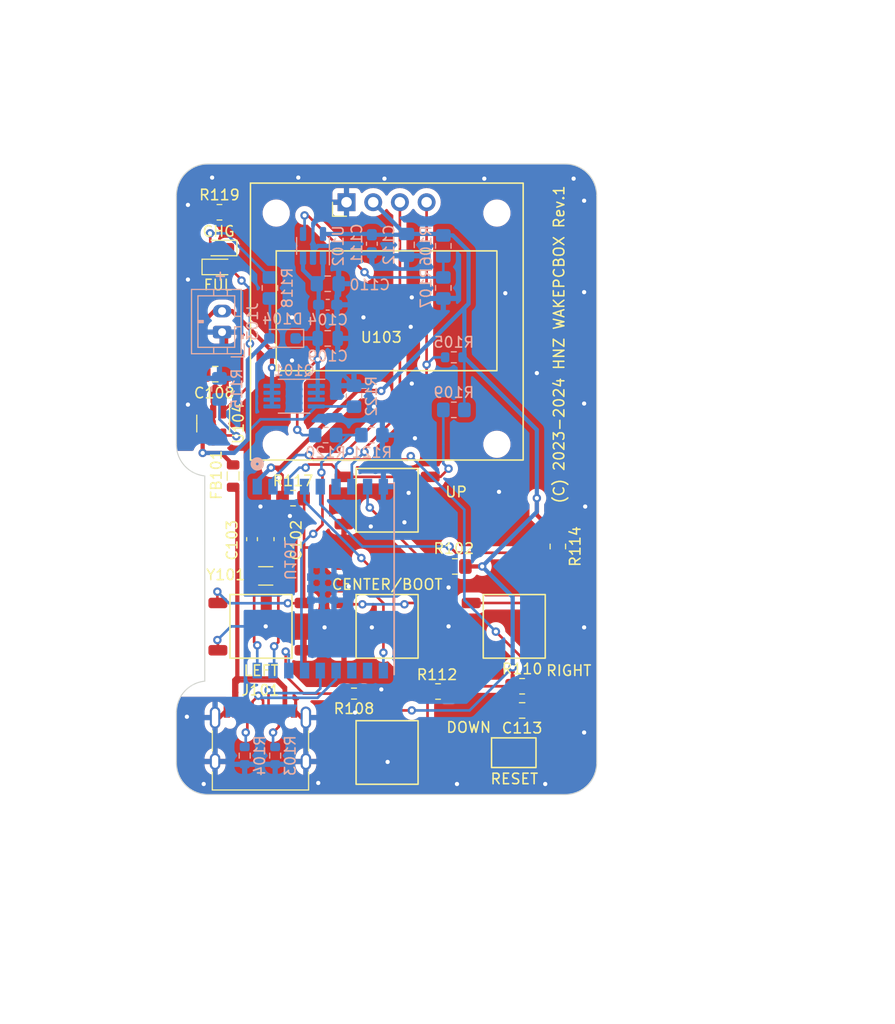
<source format=kicad_pcb>
(kicad_pcb (version 20221018) (generator pcbnew)
  (layers (0 "F.Cu" signal) (31 "B.Cu" signal) (34 "B.Paste" user) (35 "F.Paste" user) (36 "B.SilkS" user "B.Silkscreen") (37 "F.SilkS" user "F.Silkscreen") (38 "B.Mask" user) (39 "F.Mask" user) (44 "Edge.Cuts" user))
  (net 0 "")
  (net 1 "/GPIO1")
  (net 2 "GND")
  (net 3 "/GPIO0")
  (net 4 "/VOUT")
  (net 5 "/GPIO4{slash}TMS")
  (net 6 "/GPIO5{slash}TDI")
  (net 7 "/GPIO6{slash}TCK")
  (net 8 "/VBAT")
  (net 9 "+3.3V")
  (net 10 "/~{RESET}")
  (net 11 "/GPIO10")
  (net 12 "/GPIO9")
  (net 13 "Net-(D102-K)")
  (net 14 "Net-(D102-A)")
  (net 15 "Net-(D103-K)")
  (net 16 "/USBVDD")
  (net 17 "Net-(FB101-Pad1)")
  (net 18 "Net-(J101-CC1)")
  (net 19 "/USBDP")
  (net 20 "/USBDM")
  (net 22 "Net-(J101-CC2)")
  (net 24 "/GPIO8")
  (net 25 "Net-(U102-ADJ)")
  (net 26 "/GPIO2")
  (net 27 "Net-(U104-PROG)")
  (net 28 "/GPIO3")
  (net 31 "/GPIO7{slash}TDO")
  (net 32 "/RXD{slash}GPIO20")
  (net 33 "/TXD{slash}GPIO21")
  (footprint "Capacitor_SMD:C_0603_1608Metric_Pad1.08x0.95mm_HandSolder" (layer "F.Cu") (at 141.9 86.7 90)
    (fp_text reference "C103")
    (fp_text value "16pF")
  )
  (footprint "Resistor_SMD:R_0805_2012Metric_Pad1.20x1.40mm_HandSolder" (layer "F.Cu") (at 171 87.4 -90)
    (fp_text reference "R114")
    (fp_text value "10K")
  )
  (footprint "LED_SMD:LED_0603_1608Metric_Pad1.05x0.95mm_HandSolder" (layer "F.Cu") (at 138.8 59 180)
    (fp_text reference "D102" hide)
    (fp_text value "LED RED")
  )
  (footprint "Library:TS-06104" (layer "F.Cu") (at 151.55 95.025)
    (fp_text reference "SW101" hide)
    (fp_text value "TS-06104")
  )
  (footprint "Library:OLED I2C DISPLAY" (layer "F.Cu") (at 154.7 59.275)
    (fp_text reference "U103")
    (fp_text value "SSD1306_DISPLAY")
  )
  (footprint "Resistor_SMD:R_0805_2012Metric_Pad1.20x1.40mm_HandSolder" (layer "F.Cu") (at 167.6 100.7)
    (fp_text reference "R110")
    (fp_text value "10K")
  )
  (footprint "Inductor_SMD:L_0805_2012Metric" (layer "F.Cu") (at 140.1 80.7 90)
    (fp_text reference "FB101")
    (fp_text value "MH2029-601Y")
  )
  (footprint "Capacitor_SMD:C_0805_2012Metric_Pad1.18x1.45mm_HandSolder" (layer "F.Cu") (at 138.4 71)
    (fp_text reference "C108")
    (fp_text value "4.7uF")
  )
  (footprint "Resistor_SMD:R_0805_2012Metric_Pad1.20x1.40mm_HandSolder" (layer "F.Cu") (at 159.6 101.2 180)
    (fp_text reference "R112")
    (fp_text value "10K")
  )
  (footprint "LED_SMD:LED_0603_1608Metric_Pad1.05x0.95mm_HandSolder" (layer "F.Cu") (at 138.8 60.8)
    (fp_text reference "D103" hide)
    (fp_text value "LED GREEN")
  )
  (footprint "Library:TS-06104" (layer "F.Cu") (at 139.55 95.025)
    (fp_text reference "SW106" hide)
    (fp_text value "TS-06104")
  )
  (footprint "Resistor_SMD:R_0603_1608Metric" (layer "F.Cu") (at 151.6 101.4 180)
    (fp_text reference "R108")
    (fp_text value "10K")
  )
  (footprint "Package_TO_SOT_SMD:SOT-23-5" (layer "F.Cu") (at 138.2 75.7 -90)
    (fp_text reference "U104")
    (fp_text value "MCP73831-2-OT")
  )
  (footprint "Library:TS-06104" (layer "F.Cu") (at 151.55 83.025)
    (fp_text reference "SW104" hide)
    (fp_text value "TS-06104")
  )
  (footprint "Resistor_SMD:R_0805_2012Metric_Pad1.20x1.40mm_HandSolder" (layer "F.Cu") (at 145.8 82.8)
    (fp_text reference "R117")
    (fp_text value "10K")
  )
  (footprint "Capacitor_SMD:C_0805_2012Metric" (layer "F.Cu") (at 167.6 103 180)
    (fp_text reference "C113")
    (fp_text value "1uF")
  )
  (footprint "Library:TS-06104" (layer "F.Cu") (at 163.65 95.025)
    (fp_text reference "SW105" hide)
    (fp_text value "TS-06104")
  )
  (footprint "Library:TS-06104" (layer "F.Cu") (at 151.55 107.025)
    (fp_text reference "SW103" hide)
    (fp_text value "TS-06104")
  )
  (footprint "Crystal:Crystal_SMD_3215-2Pin_3.2x1.5mm" (layer "F.Cu") (at 143.2 90.2)
    (fp_text reference "Y101")
    (fp_text value "32.7680KHz")
  )
  (footprint "Resistor_SMD:R_0805_2012Metric_Pad1.20x1.40mm_HandSolder" (layer "F.Cu") (at 161.2 89.3 180)
    (fp_text reference "R102")
    (fp_text value "10K")
  )
  (footprint "Library:WS-TASV SMT Tact Switch" (layer "F.Cu") (at 166.8 107)
    (fp_text reference "SW102" hide)
    (fp_text value "3.5x2.6 Tact SW")
  )
  (footprint "Resistor_SMD:R_0805_2012Metric_Pad1.20x1.40mm_HandSolder" (layer "F.Cu") (at 138.8 55.6)
    (fp_text reference "R119")
    (fp_text value "330")
  )
  (footprint "Capacitor_SMD:C_0603_1608Metric_Pad1.08x0.95mm_HandSolder" (layer "F.Cu") (at 144.5 86.7 90)
    (fp_text reference "C102")
    (fp_text value "16pF")
  )
  (footprint "Library:USB_C_5077CR-16-SMC2-BK-TR" (layer "F.Cu") (at 142.7 106.785)
    (fp_text reference "J101")
    (fp_text value "USB4105-GF-A")
  )
  (footprint "Resistor_SMD:R_0805_2012Metric_Pad1.20x1.40mm_HandSolder" (layer "B.Cu") (at 161.1 74.4 180)
    (fp_text reference "R109")
    (fp_text value "10K")
  )
  (footprint "Resistor_SMD:R_0805_2012Metric_Pad1.20x1.40mm_HandSolder" (layer "B.Cu") (at 148.9 76.8)
    (fp_text reference "R120")
    (fp_text value "20K 1%")
  )
  (footprint "Resistor_SMD:R_0805_2012Metric_Pad1.20x1.40mm_HandSolder" (layer "B.Cu") (at 160.1 62.8 -90)
    (fp_text reference "R107")
    (fp_text value "12K 1%")
  )
  (footprint "Resistor_SMD:R_0805_2012Metric_Pad1.20x1.40mm_HandSolder" (layer "B.Cu") (at 160.1 58.8 -90)
    (fp_text reference "R106")
    (fp_text value "20K 1%")
  )
  (footprint "Resistor_SMD:R_0805_2012Metric_Pad1.20x1.40mm_HandSolder" (layer "B.Cu") (at 153.3 76.8)
    (fp_text reference "R121")
    (fp_text value "20K 1%")
  )
  (footprint "Capacitor_SMD:C_0603_1608Metric_Pad1.08x0.95mm_HandSolder" (layer "B.Cu") (at 153.3 58.6 -90)
    (fp_text reference "C111")
    (fp_text value "0.1uF")
  )
  (footprint "Resistor_SMD:R_0805_2012Metric_Pad1.20x1.40mm_HandSolder" (layer "B.Cu") (at 151.6 73.1 90)
    (fp_text reference "R122")
    (fp_text value "100K")
  )
  (footprint "Diode_SMD:D_SOD-323_HandSoldering" (layer "B.Cu") (at 144.8 67.6 180)
    (fp_text reference "D104")
    (fp_text value "NSR0340HT1G")
  )
  (footprint "Package_SO:MSOP-8_3x3mm_P0.65mm" (layer "B.Cu") (at 145.9 73.1 180)
    (fp_text reference "Q101")
    (fp_text value "IRF7606TRPBF")
  )
  (footprint "Capacitor_SMD:C_0805_2012Metric" (layer "B.Cu") (at 149.1 67.6)
    (fp_text reference "C109")
    (fp_text value "1uF")
  )
  (footprint "Resistor_SMD:R_0603_1608Metric" (layer "B.Cu") (at 141.2 107.3 90)
    (fp_text reference "R104")
    (fp_text value "5.1K")
  )
  (footprint "Capacitor_SMD:C_0805_2012Metric_Pad1.18x1.45mm_HandSolder" (layer "B.Cu") (at 149.1 62.4)
    (fp_text reference "C110")
    (fp_text value "10uF")
  )
  (footprint "Connector_JST:JST_PH_B2B-PH-K_1x02_P2.00mm_Vertical" (layer "B.Cu") (at 139.05 67 90)
    (fp_text reference "J103")
    (fp_text value "LiPo BATTERY")
  )
  (footprint "Resistor_SMD:R_0603_1608Metric" (layer "B.Cu") (at 144.1 107.3 90)
    (fp_text reference "R103")
    (fp_text value "5.1K")
  )
  (footprint "Capacitor_SMD:C_0805_2012Metric_Pad1.18x1.45mm_HandSolder" (layer "B.Cu") (at 156.6 58.7 -90)
    (fp_text reference "C112")
    (fp_text value "10uF")
  )
  (footprint "Capacitor_SMD:C_0603_1608Metric_Pad1.08x0.95mm_HandSolder" (layer "B.Cu") (at 149.1 64.4)
    (fp_text reference "C104")
    (fp_text value "0.1uF")
  )
  (footprint "Resistor_SMD:R_0805_2012Metric_Pad1.20x1.40mm_HandSolder" (layer "B.Cu") (at 138.8 72.4 90)
    (fp_text reference "R115")
    (fp_text value "2K")
  )
  (footprint "Library:IC18_ESP32-C3-WROOM-02-N4_EXP" (layer "B.Cu") (at 145.3 90.4574 -90)
    (fp_text reference "U101")
    (fp_text value "ESP32-C3-WROOM-02-N4")
  )
  (footprint "Resistor_SMD:R_0603_1608Metric" (layer "B.Cu") (at 161.1 69.4 180)
    (fp_text reference "R105")
    (fp_text value "10K")
  )
  (footprint "Package_TO_SOT_SMD:SOT-23-5" (layer "B.Cu") (at 147.7 58.8 90)
    (fp_text reference "U102")
    (fp_text value "SPX3819M5-L")
  )
  (footprint "Resistor_SMD:R_0805_2012Metric_Pad1.20x1.40mm_HandSolder" (layer "B.Cu") (at 143.6 62.8 90)
    (fp_text reference "R118")
    (fp_text value "330")
  )
  (gr_arc (start 137.7 111) (mid 135.57868 110.12132) (end 134.7 108) (stroke (width 0.1)) (layer "Edge.Cuts"))
  (gr_arc (start 137.4 80.685111) (mid 135.475036 79.712566) (end 134.699852 77.7) (stroke (width 0.1)) (layer "Edge.Cuts"))
  (gr_line (start 171.7 111) (end 137.7 111) (stroke (width 0.1)) (layer "Edge.Cuts"))
  (gr_line (start 137.401489 100.214888) (end 137.4 80.685111) (stroke (width 0.1)) (layer "Edge.Cuts"))
  (gr_line (start 134.7 103.2) (end 134.7 108) (stroke (width 0.1)) (layer "Edge.Cuts"))
  (gr_arc (start 174.7 108) (mid 173.82132 110.12132) (end 171.7 111) (stroke (width 0.1)) (layer "Edge.Cuts"))
  (gr_arc (start 134.7 54) (mid 135.57868 51.87868) (end 137.7 51) (stroke (width 0.1)) (layer "Edge.Cuts"))
  (gr_line (start 137.7 51) (end 171.7 51) (stroke (width 0.1)) (layer "Edge.Cuts"))
  (gr_line (start 134.7 54) (end 134.7 77.7) (stroke (width 0.1)) (layer "Edge.Cuts"))
  (gr_arc (start 171.7 51) (mid 173.82132 51.87868) (end 174.7 54) (stroke (width 0.1)) (layer "Edge.Cuts"))
  (gr_arc (start 134.7 103.2) (mid 135.475642 101.186984) (end 137.401489 100.214888) (stroke (width 0.1)) (layer "Edge.Cuts"))
  (gr_line (start 174.7 54) (end 174.7 108) (stroke (width 0.1)) (layer "Edge.Cuts"))
  (gr_text "+" (at 139.6 62.2) (layer "B.SilkS") (effects (font (size 1 1)) (justify left bottom mirror)))
  (gr_text "CENTER/BOOT" (at 149.4 91.6) (layer "F.SilkS") (effects (font (size 1 1)) (justify left bottom)))
  (gr_text "(C) 2023-2024 HNZ WAKEPCBOX Rev.1" (at 171.7 83.4 90) (layer "F.SilkS") (effects (font (size 1 1)) (justify left bottom)))
  (gr_text "RIGHT" (at 169.8 99.8) (layer "F.SilkS") (effects (font (size 1 1)) (justify left bottom)))
  (gr_text "LEFT" (at 141 99.8) (layer "F.SilkS") (effects (font (size 1 1)) (justify left bottom)))
  (gr_text "DOWN" (at 160.3 105.2) (layer "F.SilkS") (effects (font (size 1 1)) (justify left bottom)))
  (gr_text "RESET" (at 164.5 110.1) (layer "F.SilkS") (effects (font (size 1 1)) (justify left bottom)))
  (gr_text "FUL" (at 137.2 63.1) (layer "F.SilkS") (effects (font (size 1 1)) (justify left bottom)))
  (gr_text "CHG" (at 137.1 58) (layer "F.SilkS") (effects (font (size 1 1)) (justify left bottom)))
  (gr_text "UP" (at 160.2 82.8) (layer "F.SilkS") (effects (font (size 1 1)) (justify left bottom)))
  (segment (start 144.4 96.5) (end 144 96.9) (width 0.25) (layer "F.Cu") (net 1))
  (segment (start 144.5 87.5625) (end 144.5 90.15) (width 0.25) (layer "F.Cu") (net 1))
  (segment (start 144.45 90.2) (end 144.4 90.25) (width 0.25) (layer "F.Cu") (net 1))
  (segment (start 144.5 90.15) (end 144.45 90.2) (width 0.25) (layer "F.Cu") (net 1))
  (segment (start 144.4 90.25) (end 144.4 96.5) (width 0.25) (layer "F.Cu") (net 1))
  (via (at 144 96.9) (size 0.8) (drill 0.4) (layers "F.Cu" "B.Cu") (net 1))
  (segment (start 144 99.102313) (end 143.894913 99.2074) (width 0.25) (layer "B.Cu") (net 1))
  (segment (start 144 96.9) (end 144 99.102313) (width 0.25) (layer "B.Cu") (net 1))
  (segment (start 147.02 103.68) (end 147.02 107.86) (width 0.4) (layer "F.Cu") (net 2))
  (segment (start 138.2 74.5625) (end 138.2 73.2) (width 0.4) (layer "F.Cu") (net 2))
  (segment (start 138.6 96.3) (end 138.65 96.35) (width 0.25) (layer "F.Cu") (net 2))
  (segment (start 138.2 73.2) (end 139.4375 71.9625) (width 0.4) (layer "F.Cu") (net 2))
  (segment (start 146.615 103.68) (end 146.05 103.115) (width 0.4) (layer "F.Cu") (net 2))
  (segment (start 138.785 103.68) (end 139.35 103.115) (width 0.4) (layer "F.Cu") (net 2))
  (segment (start 139.4375 71.9625) (end 139.4375 71) (width 0.4) (layer "F.Cu") (net 2))
  (segment (start 147.02 103.68) (end 146.615 103.68) (width 0.4) (layer "F.Cu") (net 2))
  (segment (start 139.4375 71) (end 139.4375 67.3875) (width 0.4) (layer "F.Cu") (net 2))
  (segment (start 138.65 96.35) (end 138.65 97.275) (width 0.25) (layer "F.Cu") (net 2))
  (segment (start 139.4375 67.3875) (end 139.05 67) (width 0.4) (layer "F.Cu") (net 2))
  (segment (start 138.38 103.68) (end 138.38 107.86) (width 0.4) (layer "F.Cu") (net 2))
  (segment (start 138.38 103.68) (end 138.785 103.68) (width 0.4) (layer "F.Cu") (net 2))
  (via (at 154.5 52.4) (size 0.8) (drill 0.4) (layers "F.Cu" "B.Cu") (net 2))
  (via (at 152.5 65.6) (size 0.8) (drill 0.4) (layers "F.Cu" "B.Cu") (net 2))
  (via (at 157 66.5) (size 0.8) (drill 0.4) (layers "F.Cu" "B.Cu") (net 2))
  (via (at 156.8 82.3) (size 0.8) (drill 0.4) (layers "F.Cu" "B.Cu") (net 2))
  (via (at 157.4 77.1) (size 0.8) (drill 0.4) (layers "F.Cu" "B.Cu") (net 2))
  (via (at 148.2 109.9) (size 0.8) (drill 0.4) (layers "F.Cu" "B.Cu") (net 2))
  (via (at 165.4 82.2) (size 0.8) (drill 0.4) (layers "F.Cu" "B.Cu") (net 2))
  (via (at 138.6 96.3) (size 0.8) (drill 0.4) (layers "F.Cu" "B.Cu") (net 2))
  (via (at 142.7 83.6) (size 0.8) (drill 0.4) (layers "F.Cu" "B.Cu") (net 2))
  (via (at 173.6 83.6) (size 0.8) (drill 0.4) (layers "F.Cu" "B.Cu") (net 2))
  (via (at 154.2 101) (size 0.8) (drill 0.4) (layers "F.Cu" "B.Cu") (net 2))
  (via (at 173.5 105.1) (size 0.8) (drill 0.4) (layers "F.Cu" "B.Cu") (net 2))
  (via (at 156.4 85.1) (size 0.8) (drill 0.4) (layers "F.Cu" "B.Cu") (net 2))
  (via (at 145.7 69.7) (size 0.8) (drill 0.4) (layers "F.Cu" "B.Cu") (net 2))
  (via (at 169 70.9) (size 0.8) (drill 0.4) (layers "F.Cu" "B.Cu") (net 2))
  (via (at 153.5 74.1) (size 0.8) (drill 0.4) (layers "F.Cu" "B.Cu") (net 2))
  (via (at 138.1 52.3) (size 0.8) (drill 0.4) (layers "F.Cu" "B.Cu") (net 2))
  (via (at 160.6 95) (size 0.8) (drill 0.4) (layers "F.Cu" "B.Cu") (net 2))
  (via (at 145.5 84.5) (size 0.8) (drill 0.4) (layers "F.Cu" "B.Cu") (net 2))
  (via (at 157.1 71.9) (size 0.8) (drill 0.4) (layers "F.Cu" "B.Cu") (net 2))
  (via (at 153.3 95.1) (size 0.8) (drill 0.4) (layers "F.Cu" "B.Cu") (net 2))
  (via (at 135.7 103.6) (size 0.8) (drill 0.4) (layers "F.Cu" "B.Cu") (net 2))
  (via (at 146.3 52.3) (size 0.8) (drill 0.4) (layers "F.Cu" "B.Cu") (net 2))
  (via (at 137.3 110) (size 0.8) (drill 0.4) (layers "F.Cu" "B.Cu") (net 2))
  (via (at 172.5 52.4) (size 0.8) (drill 0.4) (layers "F.Cu" "B.Cu") (net 2))
  (via (at 151.7 103.2) (size 0.8) (drill 0.4) (layers "F.Cu" "B.Cu") (net 2))
  (via (at 164 52.4) (size 0.8) (drill 0.4) (layers "F.Cu" "B.Cu") (net 2))
  (via (at 153.2 85.5) (size 0.8) (drill 0.4) (layers "F.Cu" "B.Cu") (net 2))
  (via (at 173.5 95.1) (size 0.8) (drill 0.4) (layers "F.Cu" "B.Cu") (net 2))
  (via (at 173.5 54.5) (size 0.8) (drill 0.4) (layers "F.Cu" "B.Cu") (net 2))
  (via (at 145.7 65.6) (size 0.8) (drill 0.4) (layers "F.Cu" "B.Cu") (net 2))
  (via (at 161.4 110) (size 0.8) (drill 0.4) (layers "F.Cu" "B.Cu") (net 2))
  (via (at 143.2 95) (size 0.8) (drill 0.4) (layers "F.Cu" "B.Cu") (net 2))
  (via (at 173.5 73.8) (size 0.8) (drill 0.4) (layers "F.Cu" "B.Cu") (net 2))
  (via (at 160.6 91.3) (size 0.8) (drill 0.4) (layers "F.Cu" "B.Cu") (net 2))
  (via (at 166 63.3) (size 0.8) (drill 0.4) (layers "F.Cu" "B.Cu") (net 2))
  (via (at 157.1 63.7) (size 0.8) (drill 0.4) (layers "F.Cu" "B.Cu") (net 2))
  (via (at 135.8 73.9) (size 0.8) (drill 0.4) (layers "F.Cu" "B.Cu") (net 2))
  (via (at 135.8 62) (size 0.8) (drill 0.4) (layers "F.Cu" "B.Cu") (net 2))
  (via (at 154.8 107.9) (size 0.8) (drill 0.4) (layers "F.Cu" "B.Cu") (net 2))
  (via (at 173.5 63.2) (size 0.8) (drill 0.4) (layers "F.Cu" "B.Cu") (net 2))
  (via (at 169.8 110) (size 0.8) (drill 0.4) (layers "F.Cu" "B.Cu") (net 2))
  (via (at 135.8 54.9) (size 0.8) (drill 0.4) (layers "F.Cu" "B.Cu") (net 2))
  (via (at 148.8 95.1) (size 0.8) (drill 0.4) (layers "F.Cu" "B.Cu") (net 2))
  (via (at 151.1 91.2) (size 0.8) (drill 0.4) (layers "F.Cu" "B.Cu") (net 2))
  (segment (start 148.175 58.8) (end 147.7 59.275) (width 0.4) (layer "B.Cu") (net 2))
  (segment (start 150.05 67.6) (end 150.05 64.4875) (width 0.4) (layer "B.Cu") (net 2))
  (segment (start 139.9 95) (end 143.2 95) (width 0.25) (layer "B.Cu") (net 2))
  (segment (start 149.3 58.8) (end 148.175 58.8) (width 0.4) (layer "B.Cu") (net 2))
  (segment (start 149.9625 62.575) (end 150.1375 62.4) (width 0.4) (layer "B.Cu") (net 2))
  (segment (start 147.7 59.275) (end 147.7 59.9375) (width 0.4) (layer "B.Cu") (net 2))
  (segment (start 150.1375 62.4) (end 150.1375 59.6375) (width 0.4) (layer "B.Cu") (net 2))
  (segment (start 150.1375 59.6375) (end 149.3 58.8) (width 0.4) (layer "B.Cu") (net 2))
  (segment (start 150.05 64.4875) (end 149.9625 64.4) (width 0.4) (layer "B.Cu") (net 2))
  (segment (start 150.05 70.55) (end 151.6 72.1) (width 0.4) (layer "B.Cu") (net 2))
  (segment (start 149.9625 64.4) (end 149.9625 62.575) (width 0.4) (layer "B.Cu") (net 2))
  (segment (start 138.6 96.3) (end 139.9 95) (width 0.25) (layer "B.Cu") (net 2))
  (segment (start 150.05 67.6) (end 150.05 70.55) (width 0.4) (layer "B.Cu") (net 2))
  (segment (start 141.9 90.15) (end 141.95 90.2) (width 0.25) (layer "F.Cu") (net 3))
  (segment (start 141.9 87.6625) (end 141.9 90.15) (width 0.25) (layer "F.Cu") (net 3))
  (segment (start 142.4 96.8) (end 142.1 96.5) (width 0.25) (layer "F.Cu") (net 3))
  (segment (start 142.1 96.5) (end 142.1 90.35) (width 0.25) (layer "F.Cu") (net 3))
  (segment (start 142.1 90.35) (end 141.95 90.2) (width 0.25) (layer "F.Cu") (net 3))
  (via (at 142.4 96.8) (size 0.8) (drill 0.4) (layers "F.Cu" "B.Cu") (net 3))
  (segment (start 142.394913 96.805087) (end 142.4 96.8) (width 0.25) (layer "B.Cu") (net 3))
  (segment (start 142.1 98.912487) (end 142.394913 99.2074) (width 0.25) (layer "B.Cu") (net 3))
  (segment (start 142.394913 99.2074) (end 142.394913 96.805087) (width 0.25) (layer "B.Cu") (net 3))
  (segment (start 146.2 71.55) (end 148.15 69.6) (width 0.25) (layer "F.Cu") (net 4))
  (segment (start 146.2 76.3) (end 146.2 71.55) (width 0.25) (layer "F.Cu") (net 4))
  (via (at 146.2 76.3) (size 0.8) (drill 0.4) (layers "F.Cu" "B.Cu") (net 4))
  (via (at 148.15 69.6) (size 0.8) (drill 0.4) (layers "F.Cu" "B.Cu") (net 4))
  (segment (start 148.65 61.8125) (end 148.65 59.9375) (width 0.4) (layer "B.Cu") (net 4))
  (segment (start 147.9 76.8) (end 146.7 76.8) (width 0.25) (layer "B.Cu") (net 4))
  (segment (start 148.15 64.4875) (end 148.2375 64.4) (width 0.4) (layer "B.Cu") (net 4))
  (segment (start 148.2375 62.575) (end 148.0625 62.4) (width 0.4) (layer "B.Cu") (net 4))
  (segment (start 146.7 76.8) (end 146.2 76.3) (width 0.25) (layer "B.Cu") (net 4))
  (segment (start 148.15 67.6) (end 148.15 69.6) (width 0.4) (layer "B.Cu") (net 4))
  (segment (start 148.2375 64.4) (end 148.2375 62.575) (width 0.4) (layer "B.Cu") (net 4))
  (segment (start 148.15 69.6) (end 148.15 73.2875) (width 0.4) (layer "B.Cu") (net 4))
  (segment (start 148.0625 62.4) (end 148.65 61.8125) (width 0.4) (layer "B.Cu") (net 4))
  (segment (start 148.0625 62.4) (end 146.75 61.0875) (width 0.4) (layer "B.Cu") (net 4))
  (segment (start 148.15 73.2875) (end 148.0125 73.425) (width 0.4) (layer "B.Cu") (net 4))
  (segment (start 146.75 61.0875) (end 146.75 59.9375) (width 0.4) (layer "B.Cu") (net 4))
  (segment (start 148.15 67.6) (end 146.05 67.6) (width 0.4) (layer "B.Cu") (net 4))
  (segment (start 148.15 67.6) (end 148.15 64.4875) (width 0.4) (layer "B.Cu") (net 4))
  (segment (start 159.825 80.775) (end 160.6 80) (width 0.25) (layer "F.Cu") (net 5))
  (segment (start 147.3 79.6) (end 149.475 79.6) (width 0.25) (layer "F.Cu") (net 5))
  (segment (start 147 79.9) (end 147.3 79.6) (width 0.25) (layer "F.Cu") (net 5))
  (segment (start 158.85 80.775) (end 150.65 80.775) (width 0.25) (layer "F.Cu") (net 5))
  (segment (start 149.475 79.6) (end 150.65 80.775) (width 0.25) (layer "F.Cu") (net 5))
  (segment (start 158.85 80.775) (end 159.825 80.775) (width 0.25) (layer "F.Cu") (net 5))
  (via (at 160.6 80) (size 0.8) (drill 0.4) (layers "F.Cu" "B.Cu") (net 5))
  (via (at 147 79.9) (size 0.8) (drill 0.4) (layers "F.Cu" "B.Cu") (net 5))
  (segment (start 146.4 79.9) (end 145.394915 80.905085) (width 0.25) (layer "B.Cu") (net 5))
  (segment (start 147 79.9) (end 146.4 79.9) (width 0.25) (layer "B.Cu") (net 5))
  (segment (start 160.1 79.5) (end 160.1 77.7) (width 0.25) (layer "B.Cu") (net 5))
  (segment (start 145.394915 80.905085) (end 145.394915 81.7074) (width 0.25) (layer "B.Cu") (net 5))
  (segment (start 160.6 80) (end 160.1 79.5) (width 0.25) (layer "B.Cu") (net 5))
  (segment (start 160.1 77.7) (end 160.1 74.4) (width 0.25) (layer "B.Cu") (net 5))
  (segment (start 152.3 88.5) (end 155.4 91.6) (width 0.25) (layer "F.Cu") (net 6))
  (segment (start 155.4 98) (end 158.6 101.2) (width 0.25) (layer "F.Cu") (net 6))
  (segment (start 155.4 91.6) (end 155.4 98) (width 0.25) (layer "F.Cu") (net 6))
  (segment (start 158.6 101.2) (end 158.6 104.525) (width 0.25) (layer "F.Cu") (net 6))
  (segment (start 158.6 104.525) (end 158.85 104.775) (width 0.25) (layer "F.Cu") (net 6))
  (segment (start 158.85 104.775) (end 150.65 104.775) (width 0.25) (layer "F.Cu") (net 6))
  (via (at 152.3 88.5) (size 0.8) (drill 0.4) (layers "F.Cu" "B.Cu") (net 6))
  (segment (start 146.894914 83.094914) (end 146.894914 81.7074) (width 0.25) (layer "B.Cu") (net 6))
  (segment (start 152.3 88.5) (end 146.894914 83.094914) (width 0.25) (layer "B.Cu") (net 6))
  (segment (start 161.3 88) (end 160.7 87.4) (width 0.25) (layer "F.Cu") (net 7))
  (segment (start 171 88.4) (end 170.6 88) (width 0.25) (layer "F.Cu") (net 7))
  (segment (start 170.95 92.775) (end 162.75 92.775) (width 0.25) (layer "F.Cu") (net 7))
  (segment (start 170.6 88) (end 161.3 88) (width 0.25) (layer "F.Cu") (net 7))
  (segment (start 171 92.725) (end 170.95 92.775) (width 0.25) (layer "F.Cu") (net 7))
  (segment (start 171 88.4) (end 171 92.725) (width 0.25) (layer "F.Cu") (net 7))
  (via (at 160.7 87.4) (size 0.8) (drill 0.4) (layers "F.Cu" "B.Cu") (net 7))
  (segment (start 152.4 87.4) (end 148.394914 83.394914) (width 0.25) (layer "B.Cu") (net 7))
  (segment (start 148.394914 83.394914) (end 148.394914 81.7074) (width 0.25) (layer "B.Cu") (net 7))
  (segment (start 160.7 87.4) (end 152.4 87.4) (width 0.25) (layer "B.Cu") (net 7))
  (segment (start 139.05 65) (end 140 65) (width 0.4) (layer "F.Cu") (net 8))
  (segment (start 137.25 70.8875) (end 137.25 66.05) (width 0.4) (layer "F.Cu") (net 8))
  (segment (start 138.3 65) (end 139.05 65) (width 0.4) (layer "F.Cu") (net 8))
  (segment (start 137.25 66.05) (end 138.3 65) (width 0.4) (layer "F.Cu") (net 8))
  (segment (start 140 65) (end 143.8 68.8) (width 0.4) (layer "F.Cu") (net 8))
  (segment (start 137.3625 71) (end 137.25 70.8875) (width 0.4) (layer "F.Cu") (net 8))
  (segment (start 137.25 74.5625) (end 137.25 71.1125) (width 0.4) (layer "F.Cu") (net 8))
  (segment (start 137.25 71.1125) (end 137.3625 71) (width 0.4) (layer "F.Cu") (net 8))
  (segment (start 143.8 68.8) (end 143.8 70.4) (width 0.4) (layer "F.Cu") (net 8))
  (via (at 143.8 70.4) (size 0.8) (drill 0.4) (layers "F.Cu" "B.Cu") (net 8))
  (segment (start 143.8 70.4) (end 143.8 72.1125) (width 0.4) (layer "B.Cu") (net 8))
  (segment (start 143.8 72.1125) (end 143.7875 72.125) (width 0.4) (layer "B.Cu") (net 8))
  (segment (start 143.7875 72.125) (end 143.7875 74.075) (width 0.4) (layer "B.Cu") (net 8))
  (segment (start 152.6 101.4) (end 154.2 103) (width 0.25) (layer "F.Cu") (net 9))
  (segment (start 169 82.8) (end 169 84.4) (width 0.4) (layer "F.Cu") (net 9))
  (segment (start 143.7 79.9) (end 144.1 79.9) (width 0.4) (layer "F.Cu") (net 9))
  (segment (start 169 84.4) (end 171 86.4) (width 0.4) (layer "F.Cu") (net 9))
  (segment (start 144.6 79.9) (end 151.9 72.6) (width 0.4) (layer "F.Cu") (net 9))
  (segment (start 144.8 82.8) (end 144.8 80.6) (width 0.25) (layer "F.Cu") (net 9))
  (segment (start 154.2 103) (end 157.1 103) (width 0.25) (layer "F.Cu") (net 9))
  (segment (start 166.7 100.6) (end 166.6 100.7) (width 0.4) (layer "F.Cu") (net 9))
  (segment (start 166.7 98.9) (end 166.7 100.6) (width 0.4) (layer "F.Cu") (net 9))
  (segment (start 162.2 89.3) (end 163.8 89.3) (width 0.4) (layer "F.Cu") (net 9))
  (segment (start 166.6 100.7) (end 161.1 100.7) (width 0.25) (layer "F.Cu") (net 9))
  (segment (start 151.9 72.6) (end 154.2 72.6) (width 0.4) (layer "F.Cu") (net 9))
  (segment (start 144.8 80.6) (end 144.1 79.9) (width 0.25) (layer "F.Cu") (net 9))
  (segment (start 161.1 100.7) (end 160.6 101.2) (width 0.25) (layer "F.Cu") (net 9))
  (segment (start 144.1 79.9) (end 144.6 79.9) (width 0.4) (layer "F.Cu") (net 9))
  (via (at 163.8 89.3) (size 0.8) (drill 0.4) (layers "F.Cu" "B.Cu") (net 9))
  (via (at 157.1 103) (size 0.8) (drill 0.4) (layers "F.Cu" "B.Cu") (net 9))
  (via (at 169 82.8) (size 0.8) (drill 0.4) (layers "F.Cu" "B.Cu") (net 9))
  (via (at 166.7 98.9) (size 0.8) (drill 0.4) (layers "F.Cu" "B.Cu") (net 9))
  (via (at 154.2 72.6) (size 0.8) (drill 0.4) (layers "F.Cu" "B.Cu") (net 9))
  (via (at 143.7 79.9) (size 0.8) (drill 0.4) (layers "F.Cu" "B.Cu") (net 9))
  (segment (start 156.6 57.6625) (end 159.9625 57.6625) (width 0.4) (layer "B.Cu") (net 9))
  (segment (start 169 84.1) (end 169 82.8) (width 0.4) (layer "B.Cu") (net 9))
  (segment (start 159.9625 57.6625) (end 160.1 57.8) (width 0.4) (layer "B.Cu") (net 9))
  (segment (start 162.3 64.5) (end 162.5 64.3) (width 0.4) (layer "B.Cu") (net 9))
  (segment (start 154.2 72.6) (end 162.3 64.5) (width 0.4) (layer "B.Cu") (net 9))
  (segment (start 162.5 64.3) (end 162.5 59.3) (width 0.4) (layer "B.Cu") (net 9))
  (segment (start 143.7 79.9) (end 142.394913 81.205087) (width 0.4) (layer "B.Cu") (net 9))
  (segment (start 153.3 57.7375) (end 156.525 57.7375) (width 0.4) (layer "B.Cu") (net 9))
  (segment (start 142.394913 81.205087) (end 142.394913 81.7074) (width 0.4) (layer "B.Cu") (net 9))
  (segment (start 169 76.3) (end 169 82.8) (width 0.4) (layer "B.Cu") (net 9))
  (segment (start 148.65 57.6625) (end 153.225 57.6625) (width 0.4) (layer "B.Cu") (net 9))
  (segment (start 153.225 57.6625) (end 153.3 57.7375) (width 0.4) (layer "B.Cu") (net 9))
  (segment (start 162.5 59.3) (end 161 57.8) (width 0.4) (layer "B.Cu") (net 9))
  (segment (start 163.8 89.3) (end 169 84.1) (width 0.4) (layer "B.Cu") (net 9))
  (segment (start 162.1 64.7) (end 162.3 64.5) (width 0.25) (layer "B.Cu") (net 9))
  (segment (start 162.6 103) (end 166.7 98.9) (width 0.25) (layer "B.Cu") (net 9))
  (segment (start 156.4475 57.6625) (end 153.43 54.645) (width 0.4) (layer "B.Cu") (net 9))
  (segment (start 162.1 74.4) (end 162.1 69.4) (width 0.25) (layer "B.Cu") (net 9))
  (segment (start 161 57.8) (end 160.1 57.8) (width 0.4) (layer "B.Cu") (net 9))
  (segment (start 162.1 69.4) (end 169 76.3) (width 0.4) (layer "B.Cu") (net 9))
  (segment (start 166.7 92.2) (end 166.7 98.9) (width 0.4) (layer "B.Cu") (net 9))
  (segment (start 156.525 57.7375) (end 156.6 57.6625) (width 0.4) (layer "B.Cu") (net 9))
  (segment (start 162.1 69.4) (end 162.1 64.7) (width 0.4) (layer "B.Cu") (net 9))
  (segment (start 163.8 89.3) (end 166.7 92.2) (width 0.4) (layer "B.Cu") (net 9))
  (segment (start 157.1 103) (end 162.6 103) (width 0.25) (layer "B.Cu") (net 9))
  (segment (start 156.6 57.6625) (end 156.4475 57.6625) (width 0.4) (layer "B.Cu") (net 9))
  (segment (start 168.375 103.175) (end 168.55 103) (width 0.25) (layer "F.Cu") (net 10))
  (segment (start 147.3 78.7) (end 147.725 79.125) (width 0.25) (layer "F.Cu") (net 10))
  (segment (start 168.375 106.15) (end 168.375 103.175) (width 0.25) (layer "F.Cu") (net 10))
  (segment (start 165.225 106.15) (end 168.375 106.15) (width 0.25) (layer "F.Cu") (net 10))
  (segment (start 168.6 100.7) (end 168.6 102.95) (width 0.25) (layer "F.Cu") (net 10))
  (segment (start 147.725 79.125) (end 156.675 79.125) (width 0.25) (layer "F.Cu") (net 10))
  (segment (start 156.675 79.125) (end 157 78.8) (width 0.25) (layer "F.Cu") (net 10))
  (segment (start 168.6 99) (end 168.6 100.7) (width 0.25) (layer "F.Cu") (net 10))
  (segment (start 165.175 106.1) (end 165.225 106.15) (width 0.25) (layer "F.Cu") (net 10))
  (segment (start 168.6 102.95) (end 168.55 103) (width 0.25) (layer "F.Cu") (net 10))
  (segment (start 165.1 95.5) (end 168.6 99) (width 0.25) (layer "F.Cu") (net 10))
  (via (at 165.1 95.5) (size 0.8) (drill 0.4) (layers "F.Cu" "B.Cu") (net 10))
  (via (at 157 78.8) (size 0.8) (drill 0.4) (layers "F.Cu" "B.Cu") (net 10))
  (via (at 147.3 78.7) (size 0.8) (drill 0.4) (layers "F.Cu" "B.Cu") (net 10))
  (segment (start 157 78.8) (end 162.1 83.9) (width 0.25) (layer "B.Cu") (net 10))
  (segment (start 143.894913 81.7074) (end 143.894913 80.9581) (width 0.25) (layer "B.Cu") (net 10))
  (segment (start 162.1 92.5) (end 165.1 95.5) (width 0.25) (layer "B.Cu") (net 10))
  (segment (start 143.894913 80.9581) (end 146.153013 78.7) (width 0.25) (layer "B.Cu") (net 10))
  (segment (start 146.153013 78.7) (end 147.3 78.7) (width 0.25) (layer "B.Cu") (net 10))
  (segment (start 162.1 83.9) (end 162.1 92.5) (width 0.25) (layer "B.Cu") (net 10))
  (segment (start 146.85 87.5) (end 147.9625 87.5) (width 0.25) (layer "F.Cu") (net 11))
  (segment (start 138.6 91.7) (end 138.6 92.725) (width 0.25) (layer "F.Cu") (net 11))
  (segment (start 154.4 92.8) (end 154.4 97.5) (width 0.25) (layer "F.Cu") (net 11))
  (segment (start 146.8 82.8) (end 146.85 82.85) (width 0.25) (layer "F.Cu") (net 11))
  (segment (start 138.6 92.725) (end 138.65 92.775) (width 0.25) (layer "F.Cu") (net 11))
  (segment (start 147.9625 87.5) (end 149.9625 89.5) (width 0.25) (layer "F.Cu") (net 11))
  (segment (start 151.1 89.5) (end 154.4 92.8) (width 0.25) (layer "F.Cu") (net 11))
  (segment (start 149.9625 89.5) (end 151.1 89.5) (width 0.25) (layer "F.Cu") (net 11))
  (segment (start 146.825 92.8) (end 146.85 92.775) (width 0.25) (layer "F.Cu") (net 11))
  (segment (start 145.3 92.8) (end 146.825 92.8) (width 0.25) (layer "F.Cu") (net 11))
  (segment (start 146.85 82.85) (end 146.85 92.775) (width 0.25) (layer "F.Cu") (net 11))
  (via (at 145.3 92.8) (size 0.8) (drill 0.4) (layers "F.Cu" "B.Cu") (net 11))
  (via (at 138.6 91.7) (size 0.8) (drill 0.4) (layers "F.Cu" "B.Cu") (net 11))
  (via (at 154.4 97.5) (size 0.8) (drill 0.4) (layers "F.Cu" "B.Cu") (net 11))
  (segment (start 154.4 97.5) (end 154.4 99.202315) (width 0.25) (layer "B.Cu") (net 11))
  (segment (start 154.4 99.202315) (end 154.394915 99.2074) (width 0.25) (layer "B.Cu") (net 11))
  (segment (start 138.6 91.7) (end 139.7 92.8) (width 0.25) (layer "B.Cu") (net 11))
  (segment (start 139.7 92.8) (end 145.3 92.8) (width 0.25) (layer "B.Cu") (net 11))
  (segment (start 150.775 92.9) (end 150.65 92.775) (width 0.25) (layer "F.Cu") (net 12))
  (segment (start 159.8 89.3) (end 159.8 91.825) (width 0.25) (layer "F.Cu") (net 12))
  (segment (start 158.85 92.775) (end 156.525 92.775) (width 0.25) (layer "F.Cu") (net 12))
  (segment (start 160.2 89.3) (end 159.8 89.3) (width 0.25) (layer "F.Cu") (net 12))
  (segment (start 153.1 83.7) (end 158.7 89.3) (width 0.25) (layer "F.Cu") (net 12))
  (segment (start 158.7 89.3) (end 160.2 89.3) (width 0.25) (layer "F.Cu") (net 12))
  (segment (start 159.8 91.825) (end 158.85 92.775) (width 0.25) (layer "F.Cu") (net 12))
  (segment (start 152.4 92.9) (end 150.775 92.9) (width 0.25) (layer "F.Cu") (net 12))
  (segment (start 156.525 92.775) (end 156.4 92.9) (width 0.25) (layer "F.Cu") (net 12))
  (via (at 156.4 92.9) (size 0.8) (drill 0.4) (layers "F.Cu" "B.Cu") (net 12))
  (via (at 153.1 83.7) (size 0.8) (drill 0.4) (layers "F.Cu" "B.Cu") (net 12))
  (via (at 152.4 92.9) (size 0.8) (drill 0.4) (layers "F.Cu" "B.Cu") (net 12))
  (segment (start 152.894915 83.494915) (end 153.1 83.7) (width 0.25) (layer "B.Cu") (net 12))
  (segment (start 152.894915 81.7074) (end 152.894915 83.494915) (width 0.25) (layer "B.Cu") (net 12))
  (segment (start 152.4 92.9) (end 156.4 92.9) (width 0.25) (layer "B.Cu") (net 12))
  (segment (start 140.9 62.025) (end 139.675 60.8) (width 0.25) (layer "F.Cu") (net 13))
  (segment (start 139.675 59) (end 139.675 60.8) (width 0.25) (layer "F.Cu") (net 13))
  (segment (start 139.15 74.5625) (end 141.7 72.0125) (width 0.25) (layer "F.Cu") (net 13))
  (segment (start 141.7 72.0125) (end 141.7 68.1) (width 0.25) (layer "F.Cu") (net 13))
  (segment (start 140.9 62.1) (end 140.9 62.025) (width 0.25) (layer "F.Cu") (net 13))
  (via (at 140.9 62.1) (size 0.8) (drill 0.4) (layers "F.Cu" "B.Cu") (net 13))
  (via (at 141.7 68.1) (size 0.8) (drill 0.4) (layers "F.Cu" "B.Cu") (net 13))
  (segment (start 141.7 62.9) (end 140.9 62.1) (width 0.25) (layer "B.Cu") (net 13))
  (segment (start 141.7 68.1) (end 141.7 62.9) (width 0.25) (layer "B.Cu") (net 13))
  (segment (start 137.9 57.6) (end 137.925 57.625) (width 0.25) (layer "F.Cu") (net 14))
  (segment (start 137.925 57.625) (end 137.925 59) (width 0.25) (layer "F.Cu") (net 14))
  (via (at 137.9 57.6) (size 0.8) (drill 0.4) (layers "F.Cu" "B.Cu") (net 14))
  (segment (start 139.4 57.6) (end 143.6 61.8) (width 0.25) (layer "B.Cu") (net 14))
  (segment (start 137.9 57.6) (end 139.4 57.6) (width 0.25) (layer "B.Cu") (net 14))
  (segment (start 136.6 56.8) (end 137.8 55.6) (width 0.25) (layer "F.Cu") (net 15))
  (segment (start 137.274695 60.8) (end 136.6 60.125305) (width 0.25) (layer "F.Cu") (net 15))
  (segment (start 137.925 60.8) (end 137.274695 60.8) (width 0.25) (layer "F.Cu") (net 15))
  (segment (start 136.6 60.125305) (end 136.6 56.8) (width 0.25) (layer "F.Cu") (net 15))
  (segment (start 140.1 79.6375) (end 138.9625 78.5) (width 0.4) (layer "F.Cu") (net 16))
  (segment (start 137.2 78.5) (end 137.2 76.8875) (width 0.4) (layer "F.Cu") (net 16))
  (segment (start 137.2 76.8875) (end 137.25 76.8375) (width 0.4) (layer "F.Cu") (net 16))
  (segment (start 138.9625 78.5) (end 137.2 78.5) (width 0.4) (layer "F.Cu") (net 16))
  (via (at 137.2 78.5) (size 0.8) (drill 0.4) (layers "F.Cu" "B.Cu") (net 16))
  (segment (start 143.6 67.55) (end 143.55 67.6) (width 0.25) (layer "B.Cu") (net 16))
  (segment (start 151.575 74.075) (end 151.6 74.1) (width 0.25) (layer "B.Cu") (net 16))
  (segment (start 141.5 69.65) (end 143.55 67.6) (width 0.4) (layer "B.Cu") (net 16))
  (segment (start 148.0125 74.075) (end 151.575 74.075) (width 0.25) (layer "B.Cu") (net 16))
  (segment (start 140.2 78.5) (end 141.5 77.2) (width 0.4) (layer "B.Cu") (net 16))
  (segment (start 137.2 78.5) (end 140.2 78.5) (width 0.4) (layer "B.Cu") (net 16))
  (segment (start 142.7 75.3) (end 146.7875 75.3) (width 0.25) (layer "B.Cu") (net 16))
  (segment (start 141.5 77.2) (end 141.5 69.65) (width 0.4) (layer "B.Cu") (net 16))
  (segment (start 141.5 76.5) (end 142.7 75.3) (width 0.25) (layer "B.Cu") (net 16))
  (segment (start 143.6 63.8) (end 143.6 67.55) (width 0.25) (layer "B.Cu") (net 16))
  (segment (start 146.7875 75.3) (end 148.0125 74.075) (width 0.25) (layer "B.Cu") (net 16))
  (segment (start 140.6 99.9) (end 140.6 100.2) (width 0.4) (layer "F.Cu") (net 17))
  (segment (start 140.4 102.5) (end 140.4 103.065) (width 0.3) (layer "F.Cu") (net 17))
  (segment (start 140.6 99.9) (end 144.2 99.9) (width 0.3) (layer "F.Cu") (net 17))
  (segment (start 144.95 100.95) (end 144.95 103.115) (width 0.3) (layer "F.Cu") (net 17))
  (segment (start 140.5 99.8) (end 140.5 100.3) (width 0.3) (layer "F.Cu") (net 17))
  (segment (start 144.2 100.2) (end 144.95 100.95) (width 0.3) (layer "F.Cu") (net 17))
  (segment (start 140.5 99.8) (end 140.6 99.9) (width 0.3) (layer "F.Cu") (net 17))
  (segment (start 140.15 101.25) (end 140.15 103.115) (width 0.3) (layer "F.Cu") (net 17))
  (segment (start 140.6 100.2) (end 144.2 100.2) (width 0.3) (layer "F.Cu") (net 17))
  (segment (start 140.6 100.2) (end 140.4 100.4) (width 0.4) (layer "F.Cu") (net 17))
  (segment (start 140.4 100.4) (end 140.4 101.3) (width 0.4) (layer "F.Cu") (net 17))
  (segment (start 140.2 101.2) (end 140.15 101.25) (width 0.3) (layer "F.Cu") (net 17))
  (segment (start 140.3 101.3) (end 140.4 101.3) (width 0.4) (layer "F.Cu") (net 17))
  (segment (start 140.4 101.3) (end 140.4 102.5) (width 0.4) (layer "F.Cu") (net 17))
  (segment (start 140.4 103.065) (end 140.45 103.115) (width 0.3) (layer "F.Cu") (net 17))
  (segment (start 140.5 99.8) (end 140.2 100.1) (width 0.4) (layer "F.Cu") (net 17))
  (segment (start 140.2 101.2) (end 140.3 101.3) (width 0.4) (layer "F.Cu") (net 17))
  (segment (start 144.2 99.9) (end 145.1 100.8) (width 0.3) (layer "F.Cu") (net 17))
  (segment (start 140.5 100.3) (end 140.6 100.2) (width 0.3) (layer "F.Cu") (net 17))
  (segment (start 145.1 102.965) (end 145.25 103.115) (width 0.3) (layer "F.Cu") (net 17))
  (segment (start 140.5 99.8) (end 140.5 82.1625) (width 0.4) (layer "F.Cu") (net 17))
  (segment (start 140.2 100.1) (end 140.2 101.2) (width 0.4) (layer "F.Cu") (net 17))
  (segment (start 145.1 100.8) (end 145.1 102.965) (width 0.3) (layer "F.Cu") (net 17))
  (segment (start 140.5 82.1625) (end 140.1 81.7625) (width 0.4) (layer "F.Cu") (net 17))
  (segment (start 141.45 103.115) (end 141.45 104.95) (width 0.25) (layer "F.Cu") (net 18))
  (segment (start 141.45 104.95) (end 141.3 105.1) (width 0.25) (layer "F.Cu") (net 18))
  (via (at 141.3 105.1) (size 0.8) (drill 0.4) (layers "F.Cu" "B.Cu") (net 18))
  (segment (start 141.3 105.1) (end 141.3 106.375) (width 0.25) (layer "B.Cu") (net 18))
  (segment (start 141.3 106.375) (end 141.2 106.475) (width 0.25) (layer "B.Cu") (net 18))
  (segment (start 142.45 103.115) (end 142.45 103.79962) (width 0.25) (layer "F.Cu") (net 19))
  (segment (start 142.66538 104.015) (end 143.23462 104.015) (width 0.25) (layer "F.Cu") (net 19))
  (segment (start 143.470265 103.094735) (end 143.45 103.115) (width 0.25) (layer "F.Cu") (net 19))
  (segment (start 142.45 103.79962) (end 142.66538 104.015) (width 0.25) (layer "F.Cu") (net 19))
  (segment (start 143.45 103.79962) (end 143.45 103.115) (width 0.25) (layer "F.Cu") (net 19))
  (segment (start 143.470265 101.0755) (end 143.470265 103.094735) (width 0.25) (layer "F.Cu") (net 19))
  (segment (start 143.23462 104.015) (end 143.45 103.79962) (width 0.25) (layer "F.Cu") (net 19))
  (via (at 143.470265 101.0755) (size 0.8) (drill 0.4) (layers "F.Cu" "B.Cu") (net 19))
  (segment (start 143.744765 101.35) (end 147.95 101.35) (width 0.25) (layer "B.Cu") (net 19))
  (segment (start 143.470265 101.0755) (end 143.744765 101.35) (width 0.25) (layer "B.Cu") (net 19))
  (segment (start 148.394914 100.905086) (end 148.394914 99.2074) (width 0.25) (layer "B.Cu") (net 19))
  (segment (start 147.95 101.35) (end 148.394914 100.905086) (width 0.25) (layer "B.Cu") (net 19))
  (segment (start 142.5 101.6) (end 141.95 102.15) (width 0.25) (layer "F.Cu") (net 20))
  (segment (start 142.95 102.05) (end 142.95 103.115) (width 0.25) (layer "F.Cu") (net 20))
  (segment (start 142.5 101.6) (end 142.95 102.05) (width 0.25) (layer "F.Cu") (net 20))
  (segment (start 141.95 102.15) (end 141.95 103.115) (width 0.25) (layer "F.Cu") (net 20))
  (via (at 142.5 101.6) (size 0.8) (drill 0.4) (layers "F.Cu" "B.Cu") (net 20))
  (segment (start 142.482127 101.582127) (end 142.482127 101.401828) (width 0.25) (layer "B.Cu") (net 20))
  (segment (start 142.5 101.6) (end 142.482127 101.582127) (width 0.25) (layer "B.Cu") (net 20))
  (segment (start 142.5 101.6) (end 142.7 101.8) (width 0.25) (layer "B.Cu") (net 20))
  (segment (start 148.136396 101.8) (end 149.894913 100.041483) (width 0.25) (layer "B.Cu") (net 20))
  (segment (start 142.7 101.8) (end 148.136396 101.8) (width 0.25) (layer "B.Cu") (net 20))
  (segment (start 149.894913 100.041483) (end 149.894913 99.2074) (width 0.25) (layer "B.Cu") (net 20))
  (segment (start 144.45 103.115) (end 144.45 104.55) (width 0.25) (layer "F.Cu") (net 22))
  (segment (start 144.45 104.55) (end 143.9 105.1) (width 0.25) (layer "F.Cu") (net 22))
  (via (at 143.9 105.1) (size 0.8) (drill 0.4) (layers "F.Cu" "B.Cu") (net 22))
  (segment (start 143.9 105.1) (end 143.9 106.275) (width 0.25) (layer "B.Cu") (net 22))
  (segment (start 143.9 106.275) (end 144.1 106.475) (width 0.25) (layer "B.Cu") (net 22))
  (segment (start 158.51 72.19) (end 158.51 70.1) (width 0.25) (layer "F.Cu") (net 24))
  (segment (start 152.6 78.1) (end 158.51 72.19) (width 0.25) (layer "F.Cu") (net 24))
  (segment (start 152.6 78.4) (end 152.6 78.1) (width 0.25) (layer "F.Cu") (net 24))
  (segment (start 158.51 54.645) (end 158.51 70.1) (width 0.25) (layer "F.Cu") (net 24))
  (via (at 158.51 70.1) (size 0.8) (drill 0.4) (layers "F.Cu" "B.Cu") (net 24))
  (via (at 152.6 78.4) (size 0.8) (drill 0.4) (layers "F.Cu" "B.Cu") (net 24))
  (segment (start 151.394913 79.605087) (end 151.394913 81.7074) (width 0.25) (layer "B.Cu") (net 24))
  (segment (start 152.6 78.4) (end 151.394913 79.605087) (width 0.25) (layer "B.Cu") (net 24))
  (segment (start 159.21 69.4) (end 158.51 70.1) (width 0.25) (layer "B.Cu") (net 24))
  (segment (start 160.1 69.4) (end 159.21 69.4) (width 0.25) (layer "B.Cu") (net 24))
  (segment (start 152.6 61.3) (end 147.2 55.9) (width 0.25) (layer "F.Cu") (net 25))
  (segment (start 147.2 55.9) (end 146.9 55.9) (width 0.25) (layer "F.Cu") (net 25))
  (via (at 152.6 61.3) (size 0.8) (drill 0.4) (layers "F.Cu" "B.Cu") (net 25))
  (via (at 146.9 55.9) (size 0.8) (drill 0.4) (layers "F.Cu" "B.Cu") (net 25))
  (segment (start 153.1 61.8) (end 152.6 61.3) (width 0.25) (layer "B.Cu") (net 25))
  (segment (start 146.9 55.9) (end 146.9 57.5125) (width 0.25) (layer "B.Cu") (net 25))
  (segment (start 160.1 59.8) (end 160.1 61.8) (width 0.25) (layer "B.Cu") (net 25))
  (segment (start 160.1 61.8) (end 153.1 61.8) (width 0.25) (layer "B.Cu") (net 25))
  (segment (start 146.9 57.5125) (end 146.75 57.6625) (width 0.25) (layer "B.Cu") (net 25))
  (segment (start 145.1 99.7) (end 146.8 101.4) (width 0.25) (layer "F.Cu") (net 26))
  (segment (start 145.1 97.4) (end 145.1 99.7) (width 0.25) (layer "F.Cu") (net 26))
  (segment (start 146.8 101.4) (end 150.6 101.4) (width 0.25) (layer "F.Cu") (net 26))
  (via (at 145.1 97.4) (size 0.8) (drill 0.4) (layers "F.Cu" "B.Cu") (net 26))
  (segment (start 145.394915 97.694915) (end 145.1 97.4) (width 0.25) (layer "B.Cu") (net 26))
  (segment (start 145.394915 99.2074) (end 145.394915 97.694915) (width 0.25) (layer "B.Cu") (net 26))
  (segment (start 140.3375 76.8375) (end 140.4 76.9) (width 0.25) (layer "F.Cu") (net 27))
  (segment (start 139.15 76.8375) (end 140.3375 76.8375) (width 0.25) (layer "F.Cu") (net 27))
  (via (at 140.4 76.9) (size 0.8) (drill 0.4) (layers "F.Cu" "B.Cu") (net 27))
  (segment (start 138.8 75.3) (end 138.8 73.4) (width 0.25) (layer "B.Cu") (net 27))
  (segment (start 140.4 76.9) (end 138.8 75.3) (width 0.25) (layer "B.Cu") (net 27))
  (segment (start 148.5 80.3586) (end 148.6 80.4586) (width 0.25) (layer "F.Cu") (net 28))
  (segment (start 148.6 85.324062) (end 147.72433 86.199732) (width 0.25) (layer "F.Cu") (net 28))
  (segment (start 148.6 80.4586) (end 148.6 85.324062) (width 0.25) (layer "F.Cu") (net 28))
  (via (at 148.5 80.3586) (size 0.8) (drill 0.4) (layers "F.Cu" "B.Cu") (net 28))
  (via (at 147.72433 86.199732) (size 0.8) (drill 0.4) (layers "F.Cu" "B.Cu") (net 28))
  (segment (start 151.1 76.8) (end 152.3 76.8) (width 0.25) (layer "B.Cu") (net 28))
  (segment (start 148.5 80.3586) (end 148.5 79.4) (width 0.25) (layer "B.Cu") (net 28))
  (segment (start 146.6 87.2) (end 146.6 98.912486) (width 0.25) (layer "B.Cu") (net 28))
  (segment (start 148.5 79.4) (end 151.1 76.8) (width 0.25) (layer "B.Cu") (net 28))
  (segment (start 147.72433 86.199732) (end 147.600268 86.199732) (width 0.25) (layer "B.Cu") (net 28))
  (segment (start 146.6 98.912486) (end 146.894914 99.2074) (width 0.25) (layer "B.Cu") (net 28))
  (segment (start 149.9 76.8) (end 151.1 76.8) (width 0.25) (layer "B.Cu") (net 28))
  (segment (start 147.600268 86.199732) (end 146.6 87.2) (width 0.25) (layer "B.Cu") (net 28))
  (segment (start 155.97 73.23) (end 155.97 54.645) (width 0.25) (layer "F.Cu") (net 31))
  (segment (start 151.2 78.3) (end 151.2 78) (width 0.25) (layer "F.Cu") (net 31))
  (segment (start 151.2 78) (end 155.97 73.23) (width 0.25) (layer "F.Cu") (net 31))
  (via (at 151.2 78.3) (size 0.8) (drill 0.4) (layers "F.Cu" "B.Cu") (net 31))
  (segment (start 151.2 78.3) (end 149.894913 79.605087) (width 0.25) (layer "B.Cu") (net 31))
  (segment (start 149.894913 79.605087) (end 149.894913 81.7074) (width 0.25) (layer "B.Cu") (net 31))
  (zone (net 2) (net_name "GND") (layers "F&B.Cu") (connect_pads (clearance 0.5)) (min_thickness 0.25) (fill yes (thermal_gap 0.5) (thermal_bridge_width 0.5))
    (polygon (pts (xy 134.7 101.7) (xy 141.1 101.7) (xy 141.1 78.3) (xy 134.7 78.3) (xy 134.7 51) (xy 174.7 51) (xy 174.7 111) (xy 134.7 111)))
  )
)
</source>
